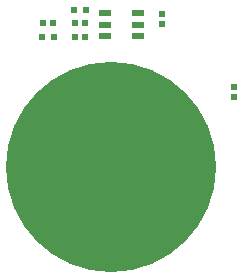
<source format=gbp>
G04 Layer_Color=128*
%FSLAX25Y25*%
%MOIN*%
G70*
G01*
G75*
%ADD20R,0.02362X0.02165*%
%ADD21R,0.04331X0.02362*%
%ADD22R,0.02165X0.02362*%
%ADD23R,0.01969X0.02362*%
%ADD24C,0.70079*%
D20*
X-8653Y38000D02*
D03*
X-12000D02*
D03*
X-8653Y33500D02*
D03*
X-12000D02*
D03*
X-22673Y38000D02*
D03*
X-19327D02*
D03*
D21*
X-2012Y33760D02*
D03*
Y41240D02*
D03*
Y37500D02*
D03*
X9012D02*
D03*
Y33760D02*
D03*
Y41240D02*
D03*
D22*
X41000Y13327D02*
D03*
Y16673D02*
D03*
X17000Y41173D02*
D03*
Y37827D02*
D03*
D23*
X-22968Y33500D02*
D03*
X-19031D02*
D03*
X-12295Y42500D02*
D03*
X-8358D02*
D03*
D24*
X0Y-10000D02*
D03*
M02*

</source>
